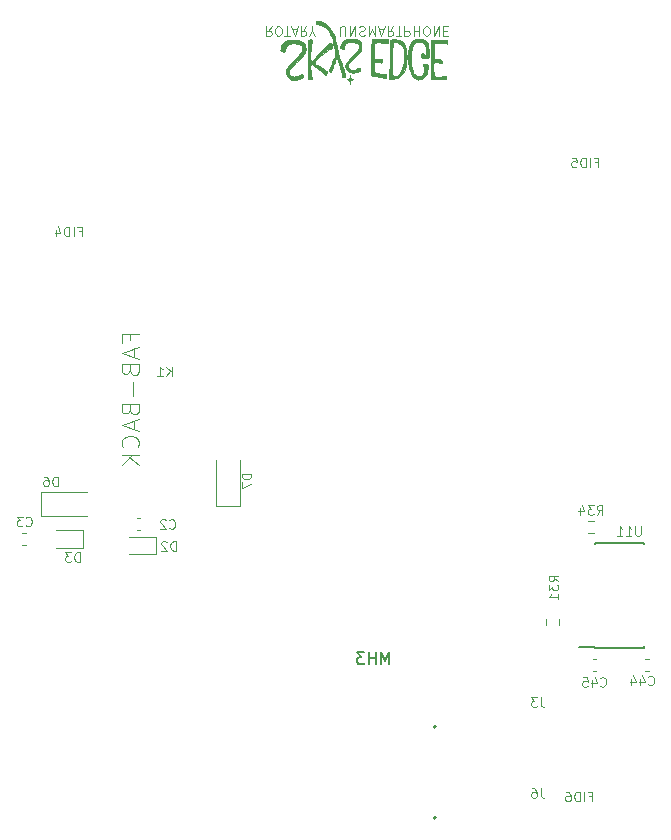
<source format=gbr>
G04 #@! TF.GenerationSoftware,KiCad,Pcbnew,6.0.11+dfsg-1~bpo11+1*
G04 #@! TF.CreationDate,2023-05-20T19:26:12-04:00*
G04 #@! TF.ProjectId,RUSP_Daughterboard,52555350-5f44-4617-9567-68746572626f,rev?*
G04 #@! TF.SameCoordinates,Original*
G04 #@! TF.FileFunction,Legend,Bot*
G04 #@! TF.FilePolarity,Positive*
%FSLAX46Y46*%
G04 Gerber Fmt 4.6, Leading zero omitted, Abs format (unit mm)*
G04 Created by KiCad (PCBNEW 6.0.11+dfsg-1~bpo11+1) date 2023-05-20 19:26:12*
%MOMM*%
%LPD*%
G01*
G04 APERTURE LIST*
%ADD10C,0.120000*%
%ADD11C,0.150000*%
%ADD12C,0.010000*%
G04 APERTURE END LIST*
D10*
X145380952Y-70438095D02*
X145114285Y-70819047D01*
X144923809Y-70438095D02*
X144923809Y-71238095D01*
X145228571Y-71238095D01*
X145304761Y-71200000D01*
X145342857Y-71161904D01*
X145380952Y-71085714D01*
X145380952Y-70971428D01*
X145342857Y-70895238D01*
X145304761Y-70857142D01*
X145228571Y-70819047D01*
X144923809Y-70819047D01*
X145876190Y-71238095D02*
X146028571Y-71238095D01*
X146104761Y-71200000D01*
X146180952Y-71123809D01*
X146219047Y-70971428D01*
X146219047Y-70704761D01*
X146180952Y-70552380D01*
X146104761Y-70476190D01*
X146028571Y-70438095D01*
X145876190Y-70438095D01*
X145800000Y-70476190D01*
X145723809Y-70552380D01*
X145685714Y-70704761D01*
X145685714Y-70971428D01*
X145723809Y-71123809D01*
X145800000Y-71200000D01*
X145876190Y-71238095D01*
X146447619Y-71238095D02*
X146904761Y-71238095D01*
X146676190Y-70438095D02*
X146676190Y-71238095D01*
X147133333Y-70666666D02*
X147514285Y-70666666D01*
X147057142Y-70438095D02*
X147323809Y-71238095D01*
X147590476Y-70438095D01*
X148314285Y-70438095D02*
X148047619Y-70819047D01*
X147857142Y-70438095D02*
X147857142Y-71238095D01*
X148161904Y-71238095D01*
X148238095Y-71200000D01*
X148276190Y-71161904D01*
X148314285Y-71085714D01*
X148314285Y-70971428D01*
X148276190Y-70895238D01*
X148238095Y-70857142D01*
X148161904Y-70819047D01*
X147857142Y-70819047D01*
X148809523Y-70819047D02*
X148809523Y-70438095D01*
X148542857Y-71238095D02*
X148809523Y-70819047D01*
X149076190Y-71238095D01*
X151171428Y-71238095D02*
X151171428Y-70590476D01*
X151209523Y-70514285D01*
X151247619Y-70476190D01*
X151323809Y-70438095D01*
X151476190Y-70438095D01*
X151552380Y-70476190D01*
X151590476Y-70514285D01*
X151628571Y-70590476D01*
X151628571Y-71238095D01*
X152009523Y-70438095D02*
X152009523Y-71238095D01*
X152466666Y-70438095D01*
X152466666Y-71238095D01*
X152809523Y-70476190D02*
X152923809Y-70438095D01*
X153114285Y-70438095D01*
X153190476Y-70476190D01*
X153228571Y-70514285D01*
X153266666Y-70590476D01*
X153266666Y-70666666D01*
X153228571Y-70742857D01*
X153190476Y-70780952D01*
X153114285Y-70819047D01*
X152961904Y-70857142D01*
X152885714Y-70895238D01*
X152847619Y-70933333D01*
X152809523Y-71009523D01*
X152809523Y-71085714D01*
X152847619Y-71161904D01*
X152885714Y-71200000D01*
X152961904Y-71238095D01*
X153152380Y-71238095D01*
X153266666Y-71200000D01*
X153609523Y-70438095D02*
X153609523Y-71238095D01*
X153876190Y-70666666D01*
X154142857Y-71238095D01*
X154142857Y-70438095D01*
X154485714Y-70666666D02*
X154866666Y-70666666D01*
X154409523Y-70438095D02*
X154676190Y-71238095D01*
X154942857Y-70438095D01*
X155666666Y-70438095D02*
X155400000Y-70819047D01*
X155209523Y-70438095D02*
X155209523Y-71238095D01*
X155514285Y-71238095D01*
X155590476Y-71200000D01*
X155628571Y-71161904D01*
X155666666Y-71085714D01*
X155666666Y-70971428D01*
X155628571Y-70895238D01*
X155590476Y-70857142D01*
X155514285Y-70819047D01*
X155209523Y-70819047D01*
X155895238Y-71238095D02*
X156352380Y-71238095D01*
X156123809Y-70438095D02*
X156123809Y-71238095D01*
X156619047Y-70438095D02*
X156619047Y-71238095D01*
X156923809Y-71238095D01*
X157000000Y-71200000D01*
X157038095Y-71161904D01*
X157076190Y-71085714D01*
X157076190Y-70971428D01*
X157038095Y-70895238D01*
X157000000Y-70857142D01*
X156923809Y-70819047D01*
X156619047Y-70819047D01*
X157419047Y-70438095D02*
X157419047Y-71238095D01*
X157419047Y-70857142D02*
X157876190Y-70857142D01*
X157876190Y-70438095D02*
X157876190Y-71238095D01*
X158409523Y-71238095D02*
X158561904Y-71238095D01*
X158638095Y-71200000D01*
X158714285Y-71123809D01*
X158752380Y-70971428D01*
X158752380Y-70704761D01*
X158714285Y-70552380D01*
X158638095Y-70476190D01*
X158561904Y-70438095D01*
X158409523Y-70438095D01*
X158333333Y-70476190D01*
X158257142Y-70552380D01*
X158219047Y-70704761D01*
X158219047Y-70971428D01*
X158257142Y-71123809D01*
X158333333Y-71200000D01*
X158409523Y-71238095D01*
X159095238Y-70438095D02*
X159095238Y-71238095D01*
X159552380Y-70438095D01*
X159552380Y-71238095D01*
X159933333Y-70857142D02*
X160200000Y-70857142D01*
X160314285Y-70438095D02*
X159933333Y-70438095D01*
X159933333Y-71238095D01*
X160314285Y-71238095D01*
X133392857Y-97000000D02*
X133392857Y-96500000D01*
X134178571Y-96500000D02*
X132678571Y-96500000D01*
X132678571Y-97214285D01*
X133750000Y-97714285D02*
X133750000Y-98428571D01*
X134178571Y-97571428D02*
X132678571Y-98071428D01*
X134178571Y-98571428D01*
X133392857Y-99571428D02*
X133464285Y-99785714D01*
X133535714Y-99857142D01*
X133678571Y-99928571D01*
X133892857Y-99928571D01*
X134035714Y-99857142D01*
X134107142Y-99785714D01*
X134178571Y-99642857D01*
X134178571Y-99071428D01*
X132678571Y-99071428D01*
X132678571Y-99571428D01*
X132750000Y-99714285D01*
X132821428Y-99785714D01*
X132964285Y-99857142D01*
X133107142Y-99857142D01*
X133250000Y-99785714D01*
X133321428Y-99714285D01*
X133392857Y-99571428D01*
X133392857Y-99071428D01*
X133607142Y-100571428D02*
X133607142Y-101714285D01*
X133392857Y-102928571D02*
X133464285Y-103142857D01*
X133535714Y-103214285D01*
X133678571Y-103285714D01*
X133892857Y-103285714D01*
X134035714Y-103214285D01*
X134107142Y-103142857D01*
X134178571Y-103000000D01*
X134178571Y-102428571D01*
X132678571Y-102428571D01*
X132678571Y-102928571D01*
X132750000Y-103071428D01*
X132821428Y-103142857D01*
X132964285Y-103214285D01*
X133107142Y-103214285D01*
X133250000Y-103142857D01*
X133321428Y-103071428D01*
X133392857Y-102928571D01*
X133392857Y-102428571D01*
X133750000Y-103857142D02*
X133750000Y-104571428D01*
X134178571Y-103714285D02*
X132678571Y-104214285D01*
X134178571Y-104714285D01*
X134035714Y-106071428D02*
X134107142Y-106000000D01*
X134178571Y-105785714D01*
X134178571Y-105642857D01*
X134107142Y-105428571D01*
X133964285Y-105285714D01*
X133821428Y-105214285D01*
X133535714Y-105142857D01*
X133321428Y-105142857D01*
X133035714Y-105214285D01*
X132892857Y-105285714D01*
X132750000Y-105428571D01*
X132678571Y-105642857D01*
X132678571Y-105785714D01*
X132750000Y-106000000D01*
X132821428Y-106071428D01*
X134178571Y-106714285D02*
X132678571Y-106714285D01*
X134178571Y-107571428D02*
X133321428Y-106928571D01*
X132678571Y-107571428D02*
X133535714Y-106714285D01*
X129115476Y-115781904D02*
X129115476Y-114981904D01*
X128925000Y-114981904D01*
X128810714Y-115020000D01*
X128734523Y-115096190D01*
X128696428Y-115172380D01*
X128658333Y-115324761D01*
X128658333Y-115439047D01*
X128696428Y-115591428D01*
X128734523Y-115667619D01*
X128810714Y-115743809D01*
X128925000Y-115781904D01*
X129115476Y-115781904D01*
X128391666Y-114981904D02*
X127896428Y-114981904D01*
X128163095Y-115286666D01*
X128048809Y-115286666D01*
X127972619Y-115324761D01*
X127934523Y-115362857D01*
X127896428Y-115439047D01*
X127896428Y-115629523D01*
X127934523Y-115705714D01*
X127972619Y-115743809D01*
X128048809Y-115781904D01*
X128277380Y-115781904D01*
X128353571Y-115743809D01*
X128391666Y-115705714D01*
X168166666Y-134961904D02*
X168166666Y-135533333D01*
X168204761Y-135647619D01*
X168280952Y-135723809D01*
X168395238Y-135761904D01*
X168471428Y-135761904D01*
X167442857Y-134961904D02*
X167595238Y-134961904D01*
X167671428Y-135000000D01*
X167709523Y-135038095D01*
X167785714Y-135152380D01*
X167823809Y-135304761D01*
X167823809Y-135609523D01*
X167785714Y-135685714D01*
X167747619Y-135723809D01*
X167671428Y-135761904D01*
X167519047Y-135761904D01*
X167442857Y-135723809D01*
X167404761Y-135685714D01*
X167366666Y-135609523D01*
X167366666Y-135419047D01*
X167404761Y-135342857D01*
X167442857Y-135304761D01*
X167519047Y-135266666D01*
X167671428Y-135266666D01*
X167747619Y-135304761D01*
X167785714Y-135342857D01*
X167823809Y-135419047D01*
X137265476Y-114831904D02*
X137265476Y-114031904D01*
X137075000Y-114031904D01*
X136960714Y-114070000D01*
X136884523Y-114146190D01*
X136846428Y-114222380D01*
X136808333Y-114374761D01*
X136808333Y-114489047D01*
X136846428Y-114641428D01*
X136884523Y-114717619D01*
X136960714Y-114793809D01*
X137075000Y-114831904D01*
X137265476Y-114831904D01*
X136503571Y-114108095D02*
X136465476Y-114070000D01*
X136389285Y-114031904D01*
X136198809Y-114031904D01*
X136122619Y-114070000D01*
X136084523Y-114108095D01*
X136046428Y-114184285D01*
X136046428Y-114260476D01*
X136084523Y-114374761D01*
X136541666Y-114831904D01*
X136046428Y-114831904D01*
X172783142Y-81942857D02*
X173049809Y-81942857D01*
X173049809Y-82361904D02*
X173049809Y-81561904D01*
X172668857Y-81561904D01*
X172364095Y-82361904D02*
X172364095Y-81561904D01*
X171983142Y-82361904D02*
X171983142Y-81561904D01*
X171792666Y-81561904D01*
X171678380Y-81600000D01*
X171602190Y-81676190D01*
X171564095Y-81752380D01*
X171526000Y-81904761D01*
X171526000Y-82019047D01*
X171564095Y-82171428D01*
X171602190Y-82247619D01*
X171678380Y-82323809D01*
X171792666Y-82361904D01*
X171983142Y-82361904D01*
X170802190Y-81561904D02*
X171183142Y-81561904D01*
X171221238Y-81942857D01*
X171183142Y-81904761D01*
X171106952Y-81866666D01*
X170916476Y-81866666D01*
X170840285Y-81904761D01*
X170802190Y-81942857D01*
X170764095Y-82019047D01*
X170764095Y-82209523D01*
X170802190Y-82285714D01*
X170840285Y-82323809D01*
X170916476Y-82361904D01*
X171106952Y-82361904D01*
X171183142Y-82323809D01*
X171221238Y-82285714D01*
X136733333Y-112905714D02*
X136771428Y-112943809D01*
X136885714Y-112981904D01*
X136961904Y-112981904D01*
X137076190Y-112943809D01*
X137152380Y-112867619D01*
X137190476Y-112791428D01*
X137228571Y-112639047D01*
X137228571Y-112524761D01*
X137190476Y-112372380D01*
X137152380Y-112296190D01*
X137076190Y-112220000D01*
X136961904Y-112181904D01*
X136885714Y-112181904D01*
X136771428Y-112220000D01*
X136733333Y-112258095D01*
X136428571Y-112258095D02*
X136390476Y-112220000D01*
X136314285Y-112181904D01*
X136123809Y-112181904D01*
X136047619Y-112220000D01*
X136009523Y-112258095D01*
X135971428Y-112334285D01*
X135971428Y-112410476D01*
X136009523Y-112524761D01*
X136466666Y-112981904D01*
X135971428Y-112981904D01*
X129057142Y-87780857D02*
X129323809Y-87780857D01*
X129323809Y-88199904D02*
X129323809Y-87399904D01*
X128942857Y-87399904D01*
X128638095Y-88199904D02*
X128638095Y-87399904D01*
X128257142Y-88199904D02*
X128257142Y-87399904D01*
X128066666Y-87399904D01*
X127952380Y-87438000D01*
X127876190Y-87514190D01*
X127838095Y-87590380D01*
X127800000Y-87742761D01*
X127800000Y-87857047D01*
X127838095Y-88009428D01*
X127876190Y-88085619D01*
X127952380Y-88161809D01*
X128066666Y-88199904D01*
X128257142Y-88199904D01*
X127114285Y-87666571D02*
X127114285Y-88199904D01*
X127304761Y-87361809D02*
X127495238Y-87933238D01*
X127000000Y-87933238D01*
X124558333Y-112680714D02*
X124596428Y-112718809D01*
X124710714Y-112756904D01*
X124786904Y-112756904D01*
X124901190Y-112718809D01*
X124977380Y-112642619D01*
X125015476Y-112566428D01*
X125053571Y-112414047D01*
X125053571Y-112299761D01*
X125015476Y-112147380D01*
X124977380Y-112071190D01*
X124901190Y-111995000D01*
X124786904Y-111956904D01*
X124710714Y-111956904D01*
X124596428Y-111995000D01*
X124558333Y-112033095D01*
X124291666Y-111956904D02*
X123796428Y-111956904D01*
X124063095Y-112261666D01*
X123948809Y-112261666D01*
X123872619Y-112299761D01*
X123834523Y-112337857D01*
X123796428Y-112414047D01*
X123796428Y-112604523D01*
X123834523Y-112680714D01*
X123872619Y-112718809D01*
X123948809Y-112756904D01*
X124177380Y-112756904D01*
X124253571Y-112718809D01*
X124291666Y-112680714D01*
X168166666Y-127261904D02*
X168166666Y-127833333D01*
X168204761Y-127947619D01*
X168280952Y-128023809D01*
X168395238Y-128061904D01*
X168471428Y-128061904D01*
X167861904Y-127261904D02*
X167366666Y-127261904D01*
X167633333Y-127566666D01*
X167519047Y-127566666D01*
X167442857Y-127604761D01*
X167404761Y-127642857D01*
X167366666Y-127719047D01*
X167366666Y-127909523D01*
X167404761Y-127985714D01*
X167442857Y-128023809D01*
X167519047Y-128061904D01*
X167747619Y-128061904D01*
X167823809Y-128023809D01*
X167861904Y-127985714D01*
X136932476Y-100055904D02*
X136932476Y-99255904D01*
X136475333Y-100055904D02*
X136818190Y-99598761D01*
X136475333Y-99255904D02*
X136932476Y-99713047D01*
X135713428Y-100055904D02*
X136170571Y-100055904D01*
X135942000Y-100055904D02*
X135942000Y-99255904D01*
X136018190Y-99370190D01*
X136094380Y-99446380D01*
X136170571Y-99484476D01*
X127265476Y-109361904D02*
X127265476Y-108561904D01*
X127075000Y-108561904D01*
X126960714Y-108600000D01*
X126884523Y-108676190D01*
X126846428Y-108752380D01*
X126808333Y-108904761D01*
X126808333Y-109019047D01*
X126846428Y-109171428D01*
X126884523Y-109247619D01*
X126960714Y-109323809D01*
X127075000Y-109361904D01*
X127265476Y-109361904D01*
X126122619Y-108561904D02*
X126275000Y-108561904D01*
X126351190Y-108600000D01*
X126389285Y-108638095D01*
X126465476Y-108752380D01*
X126503571Y-108904761D01*
X126503571Y-109209523D01*
X126465476Y-109285714D01*
X126427380Y-109323809D01*
X126351190Y-109361904D01*
X126198809Y-109361904D01*
X126122619Y-109323809D01*
X126084523Y-109285714D01*
X126046428Y-109209523D01*
X126046428Y-109019047D01*
X126084523Y-108942857D01*
X126122619Y-108904761D01*
X126198809Y-108866666D01*
X126351190Y-108866666D01*
X126427380Y-108904761D01*
X126465476Y-108942857D01*
X126503571Y-109019047D01*
X169641904Y-117435714D02*
X169260952Y-117169047D01*
X169641904Y-116978571D02*
X168841904Y-116978571D01*
X168841904Y-117283333D01*
X168880000Y-117359523D01*
X168918095Y-117397619D01*
X168994285Y-117435714D01*
X169108571Y-117435714D01*
X169184761Y-117397619D01*
X169222857Y-117359523D01*
X169260952Y-117283333D01*
X169260952Y-116978571D01*
X168841904Y-117702380D02*
X168841904Y-118197619D01*
X169146666Y-117930952D01*
X169146666Y-118045238D01*
X169184761Y-118121428D01*
X169222857Y-118159523D01*
X169299047Y-118197619D01*
X169489523Y-118197619D01*
X169565714Y-118159523D01*
X169603809Y-118121428D01*
X169641904Y-118045238D01*
X169641904Y-117816666D01*
X169603809Y-117740476D01*
X169565714Y-117702380D01*
X169641904Y-118959523D02*
X169641904Y-118502380D01*
X169641904Y-118730952D02*
X168841904Y-118730952D01*
X168956190Y-118654761D01*
X169032380Y-118578571D01*
X169070476Y-118502380D01*
X143659904Y-108309523D02*
X142859904Y-108309523D01*
X142859904Y-108500000D01*
X142898000Y-108614285D01*
X142974190Y-108690476D01*
X143050380Y-108728571D01*
X143202761Y-108766666D01*
X143317047Y-108766666D01*
X143469428Y-108728571D01*
X143545619Y-108690476D01*
X143621809Y-108614285D01*
X143659904Y-108500000D01*
X143659904Y-108309523D01*
X142859904Y-109033333D02*
X142859904Y-109566666D01*
X143659904Y-109223809D01*
D11*
X155333333Y-124452380D02*
X155333333Y-123452380D01*
X155000000Y-124166666D01*
X154666666Y-123452380D01*
X154666666Y-124452380D01*
X154190476Y-124452380D02*
X154190476Y-123452380D01*
X154190476Y-123928571D02*
X153619047Y-123928571D01*
X153619047Y-124452380D02*
X153619047Y-123452380D01*
X153238095Y-123452380D02*
X152619047Y-123452380D01*
X152952380Y-123833333D01*
X152809523Y-123833333D01*
X152714285Y-123880952D01*
X152666666Y-123928571D01*
X152619047Y-124023809D01*
X152619047Y-124261904D01*
X152666666Y-124357142D01*
X152714285Y-124404761D01*
X152809523Y-124452380D01*
X153095238Y-124452380D01*
X153190476Y-124404761D01*
X153238095Y-124357142D01*
D10*
X172914285Y-111781904D02*
X173180952Y-111400952D01*
X173371428Y-111781904D02*
X173371428Y-110981904D01*
X173066666Y-110981904D01*
X172990476Y-111020000D01*
X172952380Y-111058095D01*
X172914285Y-111134285D01*
X172914285Y-111248571D01*
X172952380Y-111324761D01*
X172990476Y-111362857D01*
X173066666Y-111400952D01*
X173371428Y-111400952D01*
X172647619Y-110981904D02*
X172152380Y-110981904D01*
X172419047Y-111286666D01*
X172304761Y-111286666D01*
X172228571Y-111324761D01*
X172190476Y-111362857D01*
X172152380Y-111439047D01*
X172152380Y-111629523D01*
X172190476Y-111705714D01*
X172228571Y-111743809D01*
X172304761Y-111781904D01*
X172533333Y-111781904D01*
X172609523Y-111743809D01*
X172647619Y-111705714D01*
X171466666Y-111248571D02*
X171466666Y-111781904D01*
X171657142Y-110943809D02*
X171847619Y-111515238D01*
X171352380Y-111515238D01*
X177264285Y-126155714D02*
X177302380Y-126193809D01*
X177416666Y-126231904D01*
X177492857Y-126231904D01*
X177607142Y-126193809D01*
X177683333Y-126117619D01*
X177721428Y-126041428D01*
X177759523Y-125889047D01*
X177759523Y-125774761D01*
X177721428Y-125622380D01*
X177683333Y-125546190D01*
X177607142Y-125470000D01*
X177492857Y-125431904D01*
X177416666Y-125431904D01*
X177302380Y-125470000D01*
X177264285Y-125508095D01*
X176578571Y-125698571D02*
X176578571Y-126231904D01*
X176769047Y-125393809D02*
X176959523Y-125965238D01*
X176464285Y-125965238D01*
X175816666Y-125698571D02*
X175816666Y-126231904D01*
X176007142Y-125393809D02*
X176197619Y-125965238D01*
X175702380Y-125965238D01*
X173214285Y-126265714D02*
X173252380Y-126303809D01*
X173366666Y-126341904D01*
X173442857Y-126341904D01*
X173557142Y-126303809D01*
X173633333Y-126227619D01*
X173671428Y-126151428D01*
X173709523Y-125999047D01*
X173709523Y-125884761D01*
X173671428Y-125732380D01*
X173633333Y-125656190D01*
X173557142Y-125580000D01*
X173442857Y-125541904D01*
X173366666Y-125541904D01*
X173252380Y-125580000D01*
X173214285Y-125618095D01*
X172528571Y-125808571D02*
X172528571Y-126341904D01*
X172719047Y-125503809D02*
X172909523Y-126075238D01*
X172414285Y-126075238D01*
X171728571Y-125541904D02*
X172109523Y-125541904D01*
X172147619Y-125922857D01*
X172109523Y-125884761D01*
X172033333Y-125846666D01*
X171842857Y-125846666D01*
X171766666Y-125884761D01*
X171728571Y-125922857D01*
X171690476Y-125999047D01*
X171690476Y-126189523D01*
X171728571Y-126265714D01*
X171766666Y-126303809D01*
X171842857Y-126341904D01*
X172033333Y-126341904D01*
X172109523Y-126303809D01*
X172147619Y-126265714D01*
X172257142Y-135642857D02*
X172523809Y-135642857D01*
X172523809Y-136061904D02*
X172523809Y-135261904D01*
X172142857Y-135261904D01*
X171838095Y-136061904D02*
X171838095Y-135261904D01*
X171457142Y-136061904D02*
X171457142Y-135261904D01*
X171266666Y-135261904D01*
X171152380Y-135300000D01*
X171076190Y-135376190D01*
X171038095Y-135452380D01*
X171000000Y-135604761D01*
X171000000Y-135719047D01*
X171038095Y-135871428D01*
X171076190Y-135947619D01*
X171152380Y-136023809D01*
X171266666Y-136061904D01*
X171457142Y-136061904D01*
X170314285Y-135261904D02*
X170466666Y-135261904D01*
X170542857Y-135300000D01*
X170580952Y-135338095D01*
X170657142Y-135452380D01*
X170695238Y-135604761D01*
X170695238Y-135909523D01*
X170657142Y-135985714D01*
X170619047Y-136023809D01*
X170542857Y-136061904D01*
X170390476Y-136061904D01*
X170314285Y-136023809D01*
X170276190Y-135985714D01*
X170238095Y-135909523D01*
X170238095Y-135719047D01*
X170276190Y-135642857D01*
X170314285Y-135604761D01*
X170390476Y-135566666D01*
X170542857Y-135566666D01*
X170619047Y-135604761D01*
X170657142Y-135642857D01*
X170695238Y-135719047D01*
X176640476Y-112761904D02*
X176640476Y-113409523D01*
X176602380Y-113485714D01*
X176564285Y-113523809D01*
X176488095Y-113561904D01*
X176335714Y-113561904D01*
X176259523Y-113523809D01*
X176221428Y-113485714D01*
X176183333Y-113409523D01*
X176183333Y-112761904D01*
X175383333Y-113561904D02*
X175840476Y-113561904D01*
X175611904Y-113561904D02*
X175611904Y-112761904D01*
X175688095Y-112876190D01*
X175764285Y-112952380D01*
X175840476Y-112990476D01*
X174621428Y-113561904D02*
X175078571Y-113561904D01*
X174850000Y-113561904D02*
X174850000Y-112761904D01*
X174926190Y-112876190D01*
X175002380Y-112952380D01*
X175078571Y-112990476D01*
X127125000Y-113115000D02*
X129410000Y-113115000D01*
X129410000Y-114585000D02*
X127125000Y-114585000D01*
X129410000Y-113115000D02*
X129410000Y-114585000D01*
D11*
X159311803Y-137450000D02*
G75*
G03*
X159311803Y-137450000I-111803J0D01*
G01*
D10*
X133275000Y-113665000D02*
X135560000Y-113665000D01*
X135560000Y-115135000D02*
X133275000Y-115135000D01*
X135560000Y-113665000D02*
X135560000Y-115135000D01*
X134240580Y-113060000D02*
X133959420Y-113060000D01*
X134240580Y-112040000D02*
X133959420Y-112040000D01*
X124565580Y-113315000D02*
X124284420Y-113315000D01*
X124565580Y-114335000D02*
X124284420Y-114335000D01*
D11*
X159311803Y-129750000D02*
G75*
G03*
X159311803Y-129750000I-111803J0D01*
G01*
D10*
X125850000Y-111900000D02*
X129750000Y-111900000D01*
X125850000Y-109900000D02*
X129750000Y-109900000D01*
X125850000Y-111900000D02*
X125850000Y-109900000D01*
X168627500Y-121087258D02*
X168627500Y-120612742D01*
X169672500Y-121087258D02*
X169672500Y-120612742D01*
X140700000Y-111050000D02*
X140700000Y-107150000D01*
X142700000Y-111050000D02*
X140700000Y-111050000D01*
X142700000Y-111050000D02*
X142700000Y-107150000D01*
G36*
X149353340Y-69960831D02*
G01*
X149475054Y-69990499D01*
X149604642Y-70035053D01*
X149732472Y-70092315D01*
X149848913Y-70160108D01*
X149879196Y-70181086D01*
X150047462Y-70316822D01*
X150214019Y-70479544D01*
X150362788Y-70652413D01*
X150477688Y-70818587D01*
X150524905Y-70903916D01*
X150588976Y-71040105D01*
X150649657Y-71196971D01*
X150709087Y-71381326D01*
X150769406Y-71599981D01*
X150832751Y-71859746D01*
X150901262Y-72167432D01*
X150928804Y-72294666D01*
X150982847Y-72537031D01*
X151031670Y-72742283D01*
X151078607Y-72922187D01*
X151126994Y-73088505D01*
X151180168Y-73252999D01*
X151241465Y-73427433D01*
X151314220Y-73623569D01*
X151366626Y-73766458D01*
X151428111Y-73943761D01*
X151485915Y-74120042D01*
X151537516Y-74286819D01*
X151580389Y-74435612D01*
X151612009Y-74557939D01*
X151629853Y-74645319D01*
X151631396Y-74689271D01*
X151627971Y-74695121D01*
X151582027Y-74717119D01*
X151497198Y-74725217D01*
X151376795Y-74725217D01*
X151330510Y-74511250D01*
X151311425Y-74430651D01*
X151278880Y-74305861D01*
X151237802Y-74156279D01*
X151191074Y-73991662D01*
X151141576Y-73821769D01*
X151092193Y-73656358D01*
X151045806Y-73505186D01*
X151005298Y-73378013D01*
X150973550Y-73284596D01*
X150953446Y-73234694D01*
X150930658Y-73199155D01*
X150903621Y-73181023D01*
X150873052Y-73192522D01*
X150835529Y-73237971D01*
X150787629Y-73321684D01*
X150725930Y-73447977D01*
X150647009Y-73621168D01*
X150596923Y-73739672D01*
X150541566Y-73886322D01*
X150497308Y-74020759D01*
X150470706Y-74124275D01*
X150469912Y-74128422D01*
X150449427Y-74224929D01*
X150430254Y-74298156D01*
X150416446Y-74332539D01*
X150406381Y-74338412D01*
X150362991Y-74327202D01*
X150308756Y-74280825D01*
X150256040Y-74208819D01*
X150207625Y-74126185D01*
X150454204Y-73625137D01*
X150530720Y-73468927D01*
X150611399Y-73298678D01*
X150671075Y-73159455D01*
X150711898Y-73040840D01*
X150736013Y-72932417D01*
X150745569Y-72823767D01*
X150742713Y-72704473D01*
X150729592Y-72564118D01*
X150708356Y-72392282D01*
X150673799Y-72149530D01*
X150612413Y-71818102D01*
X150538750Y-71530562D01*
X150450393Y-71280429D01*
X150344922Y-71061224D01*
X150219920Y-70866465D01*
X150072968Y-70689672D01*
X150059234Y-70675071D01*
X149899047Y-70523125D01*
X149743141Y-70414306D01*
X149577709Y-70340628D01*
X149388944Y-70294106D01*
X149370433Y-70290815D01*
X149270402Y-70270277D01*
X149194580Y-70250218D01*
X149158157Y-70234558D01*
X149154825Y-70230283D01*
X149137863Y-70177578D01*
X149128130Y-70093206D01*
X149128161Y-69997228D01*
X149131752Y-69982897D01*
X149172058Y-69954853D01*
X149249131Y-69948223D01*
X149353340Y-69960831D01*
G37*
D12*
X149353340Y-69960831D02*
X149475054Y-69990499D01*
X149604642Y-70035053D01*
X149732472Y-70092315D01*
X149848913Y-70160108D01*
X149879196Y-70181086D01*
X150047462Y-70316822D01*
X150214019Y-70479544D01*
X150362788Y-70652413D01*
X150477688Y-70818587D01*
X150524905Y-70903916D01*
X150588976Y-71040105D01*
X150649657Y-71196971D01*
X150709087Y-71381326D01*
X150769406Y-71599981D01*
X150832751Y-71859746D01*
X150901262Y-72167432D01*
X150928804Y-72294666D01*
X150982847Y-72537031D01*
X151031670Y-72742283D01*
X151078607Y-72922187D01*
X151126994Y-73088505D01*
X151180168Y-73252999D01*
X151241465Y-73427433D01*
X151314220Y-73623569D01*
X151366626Y-73766458D01*
X151428111Y-73943761D01*
X151485915Y-74120042D01*
X151537516Y-74286819D01*
X151580389Y-74435612D01*
X151612009Y-74557939D01*
X151629853Y-74645319D01*
X151631396Y-74689271D01*
X151627971Y-74695121D01*
X151582027Y-74717119D01*
X151497198Y-74725217D01*
X151376795Y-74725217D01*
X151330510Y-74511250D01*
X151311425Y-74430651D01*
X151278880Y-74305861D01*
X151237802Y-74156279D01*
X151191074Y-73991662D01*
X151141576Y-73821769D01*
X151092193Y-73656358D01*
X151045806Y-73505186D01*
X151005298Y-73378013D01*
X150973550Y-73284596D01*
X150953446Y-73234694D01*
X150930658Y-73199155D01*
X150903621Y-73181023D01*
X150873052Y-73192522D01*
X150835529Y-73237971D01*
X150787629Y-73321684D01*
X150725930Y-73447977D01*
X150647009Y-73621168D01*
X150596923Y-73739672D01*
X150541566Y-73886322D01*
X150497308Y-74020759D01*
X150470706Y-74124275D01*
X150469912Y-74128422D01*
X150449427Y-74224929D01*
X150430254Y-74298156D01*
X150416446Y-74332539D01*
X150406381Y-74338412D01*
X150362991Y-74327202D01*
X150308756Y-74280825D01*
X150256040Y-74208819D01*
X150207625Y-74126185D01*
X150454204Y-73625137D01*
X150530720Y-73468927D01*
X150611399Y-73298678D01*
X150671075Y-73159455D01*
X150711898Y-73040840D01*
X150736013Y-72932417D01*
X150745569Y-72823767D01*
X150742713Y-72704473D01*
X150729592Y-72564118D01*
X150708356Y-72392282D01*
X150673799Y-72149530D01*
X150612413Y-71818102D01*
X150538750Y-71530562D01*
X150450393Y-71280429D01*
X150344922Y-71061224D01*
X150219920Y-70866465D01*
X150072968Y-70689672D01*
X150059234Y-70675071D01*
X149899047Y-70523125D01*
X149743141Y-70414306D01*
X149577709Y-70340628D01*
X149388944Y-70294106D01*
X149370433Y-70290815D01*
X149270402Y-70270277D01*
X149194580Y-70250218D01*
X149158157Y-70234558D01*
X149154825Y-70230283D01*
X149137863Y-70177578D01*
X149128130Y-70093206D01*
X149128161Y-69997228D01*
X149131752Y-69982897D01*
X149172058Y-69954853D01*
X149249131Y-69948223D01*
X149353340Y-69960831D01*
G36*
X158042550Y-71513808D02*
G01*
X158175295Y-71531414D01*
X158272438Y-71557888D01*
X158281148Y-71561649D01*
X158416912Y-71651547D01*
X158525889Y-71786963D01*
X158604435Y-71963448D01*
X158625034Y-72037064D01*
X158644114Y-72135038D01*
X158658171Y-72254025D01*
X158668494Y-72405420D01*
X158676368Y-72600622D01*
X158676456Y-72603372D01*
X158682187Y-72791692D01*
X158682702Y-72931802D01*
X158673657Y-73030614D01*
X158650710Y-73095039D01*
X158609520Y-73131992D01*
X158545744Y-73148383D01*
X158455041Y-73151125D01*
X158333067Y-73147132D01*
X158251759Y-73143695D01*
X158143834Y-73133798D01*
X158076338Y-73113085D01*
X158039780Y-73074497D01*
X158024668Y-73010977D01*
X158021509Y-72915467D01*
X158026324Y-72826021D01*
X158050531Y-72744756D01*
X158095571Y-72714559D01*
X158161945Y-72735191D01*
X158250157Y-72806413D01*
X158263607Y-72819313D01*
X158335478Y-72879375D01*
X158388219Y-72901467D01*
X158424559Y-72882194D01*
X158447225Y-72818162D01*
X158458946Y-72705975D01*
X158462449Y-72542239D01*
X158454064Y-72358076D01*
X158415904Y-72155890D01*
X158345560Y-71996495D01*
X158241552Y-71877715D01*
X158102405Y-71797376D01*
X157926639Y-71753301D01*
X157773726Y-71748705D01*
X157618863Y-71787989D01*
X157488051Y-71875781D01*
X157380724Y-72012638D01*
X157296317Y-72199117D01*
X157234265Y-72435775D01*
X157214291Y-72555079D01*
X157188900Y-72784493D01*
X157174623Y-73032164D01*
X157171904Y-73280105D01*
X157181186Y-73510330D01*
X157202915Y-73704850D01*
X157204758Y-73715976D01*
X157255968Y-73976790D01*
X157315431Y-74187489D01*
X157385579Y-74352700D01*
X157468840Y-74477051D01*
X157567646Y-74565166D01*
X157684425Y-74621674D01*
X157694077Y-74624817D01*
X157853897Y-74652431D01*
X157994610Y-74631737D01*
X158112095Y-74567373D01*
X158202228Y-74463977D01*
X158260887Y-74326187D01*
X158283948Y-74158642D01*
X158267290Y-73965978D01*
X158253491Y-73891765D01*
X158234924Y-73791784D01*
X158221660Y-73720205D01*
X158206848Y-73640085D01*
X158396038Y-73659468D01*
X158398744Y-73659746D01*
X158494473Y-73671065D01*
X158565678Y-73682188D01*
X158597123Y-73690747D01*
X158599371Y-73707918D01*
X158597704Y-73770555D01*
X158591075Y-73867327D01*
X158580176Y-73986158D01*
X158559480Y-74139234D01*
X158499863Y-74383538D01*
X158412596Y-74585184D01*
X158298873Y-74742272D01*
X158159886Y-74852904D01*
X157996827Y-74915181D01*
X157943812Y-74926419D01*
X157861661Y-74940804D01*
X157798883Y-74942239D01*
X157732099Y-74929938D01*
X157637931Y-74903116D01*
X157501633Y-74846052D01*
X157367371Y-74744771D01*
X157253211Y-74601250D01*
X157156092Y-74411527D01*
X157072954Y-74171640D01*
X157038815Y-74037294D01*
X156992159Y-73774396D01*
X156961574Y-73485028D01*
X156947179Y-73182369D01*
X156949097Y-72879598D01*
X156967448Y-72589892D01*
X157002353Y-72326430D01*
X157053934Y-72102391D01*
X157070850Y-72049266D01*
X157155339Y-71855971D01*
X157264448Y-71708492D01*
X157402569Y-71602015D01*
X157574090Y-71531722D01*
X157620828Y-71521318D01*
X157746306Y-71508048D01*
X157893217Y-71505782D01*
X158042550Y-71513808D01*
G37*
X158042550Y-71513808D02*
X158175295Y-71531414D01*
X158272438Y-71557888D01*
X158281148Y-71561649D01*
X158416912Y-71651547D01*
X158525889Y-71786963D01*
X158604435Y-71963448D01*
X158625034Y-72037064D01*
X158644114Y-72135038D01*
X158658171Y-72254025D01*
X158668494Y-72405420D01*
X158676368Y-72600622D01*
X158676456Y-72603372D01*
X158682187Y-72791692D01*
X158682702Y-72931802D01*
X158673657Y-73030614D01*
X158650710Y-73095039D01*
X158609520Y-73131992D01*
X158545744Y-73148383D01*
X158455041Y-73151125D01*
X158333067Y-73147132D01*
X158251759Y-73143695D01*
X158143834Y-73133798D01*
X158076338Y-73113085D01*
X158039780Y-73074497D01*
X158024668Y-73010977D01*
X158021509Y-72915467D01*
X158026324Y-72826021D01*
X158050531Y-72744756D01*
X158095571Y-72714559D01*
X158161945Y-72735191D01*
X158250157Y-72806413D01*
X158263607Y-72819313D01*
X158335478Y-72879375D01*
X158388219Y-72901467D01*
X158424559Y-72882194D01*
X158447225Y-72818162D01*
X158458946Y-72705975D01*
X158462449Y-72542239D01*
X158454064Y-72358076D01*
X158415904Y-72155890D01*
X158345560Y-71996495D01*
X158241552Y-71877715D01*
X158102405Y-71797376D01*
X157926639Y-71753301D01*
X157773726Y-71748705D01*
X157618863Y-71787989D01*
X157488051Y-71875781D01*
X157380724Y-72012638D01*
X157296317Y-72199117D01*
X157234265Y-72435775D01*
X157214291Y-72555079D01*
X157188900Y-72784493D01*
X157174623Y-73032164D01*
X157171904Y-73280105D01*
X157181186Y-73510330D01*
X157202915Y-73704850D01*
X157204758Y-73715976D01*
X157255968Y-73976790D01*
X157315431Y-74187489D01*
X157385579Y-74352700D01*
X157468840Y-74477051D01*
X157567646Y-74565166D01*
X157684425Y-74621674D01*
X157694077Y-74624817D01*
X157853897Y-74652431D01*
X157994610Y-74631737D01*
X158112095Y-74567373D01*
X158202228Y-74463977D01*
X158260887Y-74326187D01*
X158283948Y-74158642D01*
X158267290Y-73965978D01*
X158253491Y-73891765D01*
X158234924Y-73791784D01*
X158221660Y-73720205D01*
X158206848Y-73640085D01*
X158396038Y-73659468D01*
X158398744Y-73659746D01*
X158494473Y-73671065D01*
X158565678Y-73682188D01*
X158597123Y-73690747D01*
X158599371Y-73707918D01*
X158597704Y-73770555D01*
X158591075Y-73867327D01*
X158580176Y-73986158D01*
X158559480Y-74139234D01*
X158499863Y-74383538D01*
X158412596Y-74585184D01*
X158298873Y-74742272D01*
X158159886Y-74852904D01*
X157996827Y-74915181D01*
X157943812Y-74926419D01*
X157861661Y-74940804D01*
X157798883Y-74942239D01*
X157732099Y-74929938D01*
X157637931Y-74903116D01*
X157501633Y-74846052D01*
X157367371Y-74744771D01*
X157253211Y-74601250D01*
X157156092Y-74411527D01*
X157072954Y-74171640D01*
X157038815Y-74037294D01*
X156992159Y-73774396D01*
X156961574Y-73485028D01*
X156947179Y-73182369D01*
X156949097Y-72879598D01*
X156967448Y-72589892D01*
X157002353Y-72326430D01*
X157053934Y-72102391D01*
X157070850Y-72049266D01*
X157155339Y-71855971D01*
X157264448Y-71708492D01*
X157402569Y-71602015D01*
X157574090Y-71531722D01*
X157620828Y-71521318D01*
X157746306Y-71508048D01*
X157893217Y-71505782D01*
X158042550Y-71513808D01*
G36*
X147239891Y-71590842D02*
G01*
X147349021Y-71595540D01*
X147608263Y-71622549D01*
X147819774Y-71672110D01*
X147986337Y-71746239D01*
X148110736Y-71846951D01*
X148195754Y-71976264D01*
X148244177Y-72136192D01*
X148258787Y-72328753D01*
X148257589Y-72376243D01*
X148242703Y-72509740D01*
X148207995Y-72637823D01*
X148149795Y-72765730D01*
X148064432Y-72898702D01*
X147948235Y-73041978D01*
X147797533Y-73200795D01*
X147608657Y-73380395D01*
X147377934Y-73586016D01*
X147361146Y-73600692D01*
X147167662Y-73777654D01*
X147016906Y-73931564D01*
X146910453Y-74060696D01*
X146849882Y-74163328D01*
X146840467Y-74188370D01*
X146821580Y-74323904D01*
X146850777Y-74455874D01*
X146923175Y-74571187D01*
X147033892Y-74656747D01*
X147121519Y-74686470D01*
X147264116Y-74699331D01*
X147426355Y-74685791D01*
X147593504Y-74648361D01*
X147750832Y-74589553D01*
X147883606Y-74511878D01*
X147906181Y-74495699D01*
X147960261Y-74463212D01*
X147987996Y-74456402D01*
X147993348Y-74468970D01*
X148005236Y-74524084D01*
X148016929Y-74605054D01*
X148021210Y-74649720D01*
X148018438Y-74729100D01*
X147995365Y-74771401D01*
X147943445Y-74799256D01*
X147850948Y-74834933D01*
X147733138Y-74873608D01*
X147604563Y-74911051D01*
X147479766Y-74943034D01*
X147373295Y-74965325D01*
X147299696Y-74973695D01*
X147126108Y-74951655D01*
X146946542Y-74879211D01*
X146791215Y-74761146D01*
X146762773Y-74731781D01*
X146662824Y-74601950D01*
X146607999Y-74469194D01*
X146591693Y-74318876D01*
X146593885Y-74263652D01*
X146608440Y-74169787D01*
X146639673Y-74074830D01*
X146691122Y-73973723D01*
X146766326Y-73861412D01*
X146868823Y-73732841D01*
X147002152Y-73582953D01*
X147169851Y-73406693D01*
X147375459Y-73199005D01*
X147402886Y-73171599D01*
X147569032Y-73002684D01*
X147708226Y-72855941D01*
X147817037Y-72735160D01*
X147892032Y-72644133D01*
X147929779Y-72586652D01*
X147961537Y-72505024D01*
X147991478Y-72350844D01*
X147979732Y-72211615D01*
X147927679Y-72095848D01*
X147836696Y-72012053D01*
X147836258Y-72011795D01*
X147694941Y-71950888D01*
X147518315Y-71908397D01*
X147323721Y-71886297D01*
X147128503Y-71886561D01*
X146950000Y-71911161D01*
X146839592Y-71946478D01*
X146689677Y-72037287D01*
X146576936Y-72165230D01*
X146505855Y-72324582D01*
X146480921Y-72509619D01*
X146479544Y-72557002D01*
X146468941Y-72628673D01*
X146449502Y-72654565D01*
X146419244Y-72645319D01*
X146353176Y-72614564D01*
X146270043Y-72569712D01*
X146121735Y-72484858D01*
X146139386Y-72369548D01*
X146141658Y-72355267D01*
X146201308Y-72133093D01*
X146299590Y-71941677D01*
X146432315Y-71786002D01*
X146595297Y-71671055D01*
X146784347Y-71601820D01*
X146786975Y-71601265D01*
X146854462Y-71594007D01*
X146961944Y-71589621D01*
X147095171Y-71588452D01*
X147239891Y-71590842D01*
G37*
X147239891Y-71590842D02*
X147349021Y-71595540D01*
X147608263Y-71622549D01*
X147819774Y-71672110D01*
X147986337Y-71746239D01*
X148110736Y-71846951D01*
X148195754Y-71976264D01*
X148244177Y-72136192D01*
X148258787Y-72328753D01*
X148257589Y-72376243D01*
X148242703Y-72509740D01*
X148207995Y-72637823D01*
X148149795Y-72765730D01*
X148064432Y-72898702D01*
X147948235Y-73041978D01*
X147797533Y-73200795D01*
X147608657Y-73380395D01*
X147377934Y-73586016D01*
X147361146Y-73600692D01*
X147167662Y-73777654D01*
X147016906Y-73931564D01*
X146910453Y-74060696D01*
X146849882Y-74163328D01*
X146840467Y-74188370D01*
X146821580Y-74323904D01*
X146850777Y-74455874D01*
X146923175Y-74571187D01*
X147033892Y-74656747D01*
X147121519Y-74686470D01*
X147264116Y-74699331D01*
X147426355Y-74685791D01*
X147593504Y-74648361D01*
X147750832Y-74589553D01*
X147883606Y-74511878D01*
X147906181Y-74495699D01*
X147960261Y-74463212D01*
X147987996Y-74456402D01*
X147993348Y-74468970D01*
X148005236Y-74524084D01*
X148016929Y-74605054D01*
X148021210Y-74649720D01*
X148018438Y-74729100D01*
X147995365Y-74771401D01*
X147943445Y-74799256D01*
X147850948Y-74834933D01*
X147733138Y-74873608D01*
X147604563Y-74911051D01*
X147479766Y-74943034D01*
X147373295Y-74965325D01*
X147299696Y-74973695D01*
X147126108Y-74951655D01*
X146946542Y-74879211D01*
X146791215Y-74761146D01*
X146762773Y-74731781D01*
X146662824Y-74601950D01*
X146607999Y-74469194D01*
X146591693Y-74318876D01*
X146593885Y-74263652D01*
X146608440Y-74169787D01*
X146639673Y-74074830D01*
X146691122Y-73973723D01*
X146766326Y-73861412D01*
X146868823Y-73732841D01*
X147002152Y-73582953D01*
X147169851Y-73406693D01*
X147375459Y-73199005D01*
X147402886Y-73171599D01*
X147569032Y-73002684D01*
X147708226Y-72855941D01*
X147817037Y-72735160D01*
X147892032Y-72644133D01*
X147929779Y-72586652D01*
X147961537Y-72505024D01*
X147991478Y-72350844D01*
X147979732Y-72211615D01*
X147927679Y-72095848D01*
X147836696Y-72012053D01*
X147836258Y-72011795D01*
X147694941Y-71950888D01*
X147518315Y-71908397D01*
X147323721Y-71886297D01*
X147128503Y-71886561D01*
X146950000Y-71911161D01*
X146839592Y-71946478D01*
X146689677Y-72037287D01*
X146576936Y-72165230D01*
X146505855Y-72324582D01*
X146480921Y-72509619D01*
X146479544Y-72557002D01*
X146468941Y-72628673D01*
X146449502Y-72654565D01*
X146419244Y-72645319D01*
X146353176Y-72614564D01*
X146270043Y-72569712D01*
X146121735Y-72484858D01*
X146139386Y-72369548D01*
X146141658Y-72355267D01*
X146201308Y-72133093D01*
X146299590Y-71941677D01*
X146432315Y-71786002D01*
X146595297Y-71671055D01*
X146784347Y-71601820D01*
X146786975Y-71601265D01*
X146854462Y-71594007D01*
X146961944Y-71589621D01*
X147095171Y-71588452D01*
X147239891Y-71590842D01*
G36*
X148701147Y-71551458D02*
G01*
X148775402Y-71562283D01*
X148799328Y-71584728D01*
X148796333Y-71610461D01*
X148784639Y-71682750D01*
X148766190Y-71786612D01*
X148743220Y-71909130D01*
X148739407Y-71929545D01*
X148708930Y-72142438D01*
X148686125Y-72400735D01*
X148671760Y-72695978D01*
X148666710Y-72895576D01*
X148666476Y-73058269D01*
X148672452Y-73177713D01*
X148685635Y-73259965D01*
X148707021Y-73311085D01*
X148737608Y-73337133D01*
X148778392Y-73344169D01*
X148811504Y-73340659D01*
X148852403Y-73324553D01*
X148900647Y-73289795D01*
X148963151Y-73230373D01*
X149046828Y-73140272D01*
X149158592Y-73013478D01*
X149161238Y-73010441D01*
X149262545Y-72896479D01*
X149386506Y-72760361D01*
X149517671Y-72618901D01*
X149640593Y-72488913D01*
X149655521Y-72473318D01*
X149772882Y-72350107D01*
X149890800Y-72225394D01*
X149996313Y-72112931D01*
X150076462Y-72026467D01*
X150089155Y-72012669D01*
X150168379Y-71930790D01*
X150226752Y-71882559D01*
X150276420Y-71859694D01*
X150329532Y-71853913D01*
X150383182Y-71857409D01*
X150425202Y-71881726D01*
X150451683Y-71943641D01*
X150477294Y-72031343D01*
X150501451Y-72143568D01*
X150498313Y-72223551D01*
X150463201Y-72283361D01*
X150391437Y-72335064D01*
X150278340Y-72390728D01*
X150123067Y-72466798D01*
X149796852Y-72667736D01*
X149504159Y-72910643D01*
X149239670Y-73199659D01*
X149161824Y-73297759D01*
X149089202Y-73395655D01*
X149046592Y-73466187D01*
X149030385Y-73517396D01*
X149036973Y-73557325D01*
X149062748Y-73594016D01*
X149095307Y-73621069D01*
X149169355Y-73673398D01*
X149274503Y-73743197D01*
X149402071Y-73824718D01*
X149543379Y-73912215D01*
X149667974Y-73988595D01*
X149799802Y-74070381D01*
X149911271Y-74140573D01*
X149993413Y-74193518D01*
X150037260Y-74223564D01*
X150101368Y-74272911D01*
X150031877Y-74430042D01*
X149996769Y-74503371D01*
X149961659Y-74563925D01*
X149939363Y-74587174D01*
X149929199Y-74582239D01*
X149885394Y-74546877D01*
X149818280Y-74484909D01*
X149737680Y-74405197D01*
X149689772Y-74357470D01*
X149573698Y-74246847D01*
X149445197Y-74129268D01*
X149324347Y-74023289D01*
X149304641Y-74006527D01*
X149137204Y-73867328D01*
X149003990Y-73764228D01*
X148900290Y-73694910D01*
X148821396Y-73657053D01*
X148762601Y-73648339D01*
X148719197Y-73666449D01*
X148686475Y-73709062D01*
X148683632Y-73715062D01*
X148669123Y-73788124D01*
X148665730Y-73905161D01*
X148672669Y-74057427D01*
X148689158Y-74236176D01*
X148714412Y-74432664D01*
X148747649Y-74638144D01*
X148788086Y-74843872D01*
X148804748Y-74921114D01*
X148615907Y-74912894D01*
X148427065Y-74904674D01*
X148427661Y-74421522D01*
X148427674Y-74412371D01*
X148428433Y-74259701D01*
X148430151Y-74074866D01*
X148432705Y-73864107D01*
X148435973Y-73633664D01*
X148439830Y-73389781D01*
X148444154Y-73138696D01*
X148448821Y-72886653D01*
X148453708Y-72639892D01*
X148458692Y-72404654D01*
X148463648Y-72187181D01*
X148468455Y-71993714D01*
X148472988Y-71830494D01*
X148477124Y-71703762D01*
X148480741Y-71619760D01*
X148483714Y-71584728D01*
X148491103Y-71574693D01*
X148545611Y-71556521D01*
X148647068Y-71550217D01*
X148701147Y-71551458D01*
G37*
X148701147Y-71551458D02*
X148775402Y-71562283D01*
X148799328Y-71584728D01*
X148796333Y-71610461D01*
X148784639Y-71682750D01*
X148766190Y-71786612D01*
X148743220Y-71909130D01*
X148739407Y-71929545D01*
X148708930Y-72142438D01*
X148686125Y-72400735D01*
X148671760Y-72695978D01*
X148666710Y-72895576D01*
X148666476Y-73058269D01*
X148672452Y-73177713D01*
X148685635Y-73259965D01*
X148707021Y-73311085D01*
X148737608Y-73337133D01*
X148778392Y-73344169D01*
X148811504Y-73340659D01*
X148852403Y-73324553D01*
X148900647Y-73289795D01*
X148963151Y-73230373D01*
X149046828Y-73140272D01*
X149158592Y-73013478D01*
X149161238Y-73010441D01*
X149262545Y-72896479D01*
X149386506Y-72760361D01*
X149517671Y-72618901D01*
X149640593Y-72488913D01*
X149655521Y-72473318D01*
X149772882Y-72350107D01*
X149890800Y-72225394D01*
X149996313Y-72112931D01*
X150076462Y-72026467D01*
X150089155Y-72012669D01*
X150168379Y-71930790D01*
X150226752Y-71882559D01*
X150276420Y-71859694D01*
X150329532Y-71853913D01*
X150383182Y-71857409D01*
X150425202Y-71881726D01*
X150451683Y-71943641D01*
X150477294Y-72031343D01*
X150501451Y-72143568D01*
X150498313Y-72223551D01*
X150463201Y-72283361D01*
X150391437Y-72335064D01*
X150278340Y-72390728D01*
X150123067Y-72466798D01*
X149796852Y-72667736D01*
X149504159Y-72910643D01*
X149239670Y-73199659D01*
X149161824Y-73297759D01*
X149089202Y-73395655D01*
X149046592Y-73466187D01*
X149030385Y-73517396D01*
X149036973Y-73557325D01*
X149062748Y-73594016D01*
X149095307Y-73621069D01*
X149169355Y-73673398D01*
X149274503Y-73743197D01*
X149402071Y-73824718D01*
X149543379Y-73912215D01*
X149667974Y-73988595D01*
X149799802Y-74070381D01*
X149911271Y-74140573D01*
X149993413Y-74193518D01*
X150037260Y-74223564D01*
X150101368Y-74272911D01*
X150031877Y-74430042D01*
X149996769Y-74503371D01*
X149961659Y-74563925D01*
X149939363Y-74587174D01*
X149929199Y-74582239D01*
X149885394Y-74546877D01*
X149818280Y-74484909D01*
X149737680Y-74405197D01*
X149689772Y-74357470D01*
X149573698Y-74246847D01*
X149445197Y-74129268D01*
X149324347Y-74023289D01*
X149304641Y-74006527D01*
X149137204Y-73867328D01*
X149003990Y-73764228D01*
X148900290Y-73694910D01*
X148821396Y-73657053D01*
X148762601Y-73648339D01*
X148719197Y-73666449D01*
X148686475Y-73709062D01*
X148683632Y-73715062D01*
X148669123Y-73788124D01*
X148665730Y-73905161D01*
X148672669Y-74057427D01*
X148689158Y-74236176D01*
X148714412Y-74432664D01*
X148747649Y-74638144D01*
X148788086Y-74843872D01*
X148804748Y-74921114D01*
X148615907Y-74912894D01*
X148427065Y-74904674D01*
X148427661Y-74421522D01*
X148427674Y-74412371D01*
X148428433Y-74259701D01*
X148430151Y-74074866D01*
X148432705Y-73864107D01*
X148435973Y-73633664D01*
X148439830Y-73389781D01*
X148444154Y-73138696D01*
X148448821Y-72886653D01*
X148453708Y-72639892D01*
X148458692Y-72404654D01*
X148463648Y-72187181D01*
X148468455Y-71993714D01*
X148472988Y-71830494D01*
X148477124Y-71703762D01*
X148480741Y-71619760D01*
X148483714Y-71584728D01*
X148491103Y-71574693D01*
X148545611Y-71556521D01*
X148647068Y-71550217D01*
X148701147Y-71551458D01*
G36*
X155370691Y-73647989D02*
G01*
X155378200Y-73394921D01*
X155386036Y-73136911D01*
X155394012Y-72879974D01*
X155401944Y-72630122D01*
X155409646Y-72393370D01*
X155416932Y-72175732D01*
X155423618Y-71983222D01*
X155429517Y-71821852D01*
X155434444Y-71697637D01*
X155438215Y-71616592D01*
X155440642Y-71584728D01*
X155456764Y-71572355D01*
X155518789Y-71558797D01*
X155615515Y-71550998D01*
X155734853Y-71548817D01*
X155864714Y-71552114D01*
X155993005Y-71560750D01*
X156107639Y-71574585D01*
X156196524Y-71593478D01*
X156353824Y-71662263D01*
X156494650Y-71776631D01*
X156608729Y-71934662D01*
X156696570Y-72137549D01*
X156758682Y-72386485D01*
X156795573Y-72682665D01*
X156807752Y-73027282D01*
X156794506Y-73381837D01*
X156750804Y-73724057D01*
X156676973Y-74023687D01*
X156573418Y-74279737D01*
X156440546Y-74491220D01*
X156278764Y-74657146D01*
X156088478Y-74776526D01*
X156061481Y-74788805D01*
X155980832Y-74819150D01*
X155894728Y-74838865D01*
X155786590Y-74850979D01*
X155639837Y-74858524D01*
X155343043Y-74869369D01*
X155342648Y-74762782D01*
X155342872Y-74725856D01*
X155344529Y-74628726D01*
X155347625Y-74490572D01*
X155351975Y-74317408D01*
X155357393Y-74115246D01*
X155362436Y-73935029D01*
X155592208Y-73935029D01*
X155592680Y-74127976D01*
X155593952Y-74278965D01*
X155596328Y-74393424D01*
X155600112Y-74476778D01*
X155605607Y-74534456D01*
X155613116Y-74571884D01*
X155622943Y-74594489D01*
X155635392Y-74607697D01*
X155650764Y-74616937D01*
X155672558Y-74625285D01*
X155750493Y-74637121D01*
X155843526Y-74635813D01*
X155961869Y-74609571D01*
X156108767Y-74530056D01*
X156239798Y-74403086D01*
X156353455Y-74232193D01*
X156448233Y-74020906D01*
X156522625Y-73772758D01*
X156575126Y-73491278D01*
X156604230Y-73179999D01*
X156608430Y-72842451D01*
X156607651Y-72811836D01*
X156602782Y-72654597D01*
X156596429Y-72538824D01*
X156586839Y-72452710D01*
X156572260Y-72384447D01*
X156550939Y-72322226D01*
X156521124Y-72254239D01*
X156496667Y-72204013D01*
X156394302Y-72043595D01*
X156267127Y-71920994D01*
X156102282Y-71822970D01*
X156017498Y-71784587D01*
X155946467Y-71756876D01*
X155909021Y-71747918D01*
X155908925Y-71747934D01*
X155863637Y-71754267D01*
X155793740Y-71763297D01*
X155723204Y-71781709D01*
X155675573Y-71811023D01*
X155658083Y-71857067D01*
X155641471Y-71957858D01*
X155627109Y-72109995D01*
X155615091Y-72311499D01*
X155605510Y-72560390D01*
X155598460Y-72854687D01*
X155594034Y-73192412D01*
X155592327Y-73571583D01*
X155592235Y-73694698D01*
X155592208Y-73935029D01*
X155362436Y-73935029D01*
X155363693Y-73890102D01*
X155370691Y-73647989D01*
G37*
X155370691Y-73647989D02*
X155378200Y-73394921D01*
X155386036Y-73136911D01*
X155394012Y-72879974D01*
X155401944Y-72630122D01*
X155409646Y-72393370D01*
X155416932Y-72175732D01*
X155423618Y-71983222D01*
X155429517Y-71821852D01*
X155434444Y-71697637D01*
X155438215Y-71616592D01*
X155440642Y-71584728D01*
X155456764Y-71572355D01*
X155518789Y-71558797D01*
X155615515Y-71550998D01*
X155734853Y-71548817D01*
X155864714Y-71552114D01*
X155993005Y-71560750D01*
X156107639Y-71574585D01*
X156196524Y-71593478D01*
X156353824Y-71662263D01*
X156494650Y-71776631D01*
X156608729Y-71934662D01*
X156696570Y-72137549D01*
X156758682Y-72386485D01*
X156795573Y-72682665D01*
X156807752Y-73027282D01*
X156794506Y-73381837D01*
X156750804Y-73724057D01*
X156676973Y-74023687D01*
X156573418Y-74279737D01*
X156440546Y-74491220D01*
X156278764Y-74657146D01*
X156088478Y-74776526D01*
X156061481Y-74788805D01*
X155980832Y-74819150D01*
X155894728Y-74838865D01*
X155786590Y-74850979D01*
X155639837Y-74858524D01*
X155343043Y-74869369D01*
X155342648Y-74762782D01*
X155342872Y-74725856D01*
X155344529Y-74628726D01*
X155347625Y-74490572D01*
X155351975Y-74317408D01*
X155357393Y-74115246D01*
X155362436Y-73935029D01*
X155592208Y-73935029D01*
X155592680Y-74127976D01*
X155593952Y-74278965D01*
X155596328Y-74393424D01*
X155600112Y-74476778D01*
X155605607Y-74534456D01*
X155613116Y-74571884D01*
X155622943Y-74594489D01*
X155635392Y-74607697D01*
X155650764Y-74616937D01*
X155672558Y-74625285D01*
X155750493Y-74637121D01*
X155843526Y-74635813D01*
X155961869Y-74609571D01*
X156108767Y-74530056D01*
X156239798Y-74403086D01*
X156353455Y-74232193D01*
X156448233Y-74020906D01*
X156522625Y-73772758D01*
X156575126Y-73491278D01*
X156604230Y-73179999D01*
X156608430Y-72842451D01*
X156607651Y-72811836D01*
X156602782Y-72654597D01*
X156596429Y-72538824D01*
X156586839Y-72452710D01*
X156572260Y-72384447D01*
X156550939Y-72322226D01*
X156521124Y-72254239D01*
X156496667Y-72204013D01*
X156394302Y-72043595D01*
X156267127Y-71920994D01*
X156102282Y-71822970D01*
X156017498Y-71784587D01*
X155946467Y-71756876D01*
X155909021Y-71747918D01*
X155908925Y-71747934D01*
X155863637Y-71754267D01*
X155793740Y-71763297D01*
X155723204Y-71781709D01*
X155675573Y-71811023D01*
X155658083Y-71857067D01*
X155641471Y-71957858D01*
X155627109Y-72109995D01*
X155615091Y-72311499D01*
X155605510Y-72560390D01*
X155598460Y-72854687D01*
X155594034Y-73192412D01*
X155592327Y-73571583D01*
X155592235Y-73694698D01*
X155592208Y-73935029D01*
X155362436Y-73935029D01*
X155363693Y-73890102D01*
X155370691Y-73647989D01*
G36*
X152026475Y-74559764D02*
G01*
X152040941Y-74621877D01*
X152054241Y-74717248D01*
X152055128Y-74725484D01*
X152066343Y-74811758D01*
X152081873Y-74857960D01*
X152110534Y-74877982D01*
X152161141Y-74885716D01*
X152211753Y-74895635D01*
X152247211Y-74916659D01*
X152241108Y-74937062D01*
X152188750Y-74946510D01*
X152131990Y-74952890D01*
X152084885Y-74982662D01*
X152055165Y-75046516D01*
X152035052Y-75155005D01*
X152013220Y-75318804D01*
X151991199Y-75153152D01*
X151973463Y-75050600D01*
X151947519Y-74985783D01*
X151906350Y-74954755D01*
X151842012Y-74946510D01*
X151806543Y-74942242D01*
X151793404Y-74925112D01*
X151822360Y-74902339D01*
X151887643Y-74882069D01*
X151922138Y-74870359D01*
X151968748Y-74823532D01*
X151994487Y-74738085D01*
X152002391Y-74606730D01*
X152004682Y-74557980D01*
X152013503Y-74536576D01*
X152026475Y-74559764D01*
G37*
X152026475Y-74559764D02*
X152040941Y-74621877D01*
X152054241Y-74717248D01*
X152055128Y-74725484D01*
X152066343Y-74811758D01*
X152081873Y-74857960D01*
X152110534Y-74877982D01*
X152161141Y-74885716D01*
X152211753Y-74895635D01*
X152247211Y-74916659D01*
X152241108Y-74937062D01*
X152188750Y-74946510D01*
X152131990Y-74952890D01*
X152084885Y-74982662D01*
X152055165Y-75046516D01*
X152035052Y-75155005D01*
X152013220Y-75318804D01*
X151991199Y-75153152D01*
X151973463Y-75050600D01*
X151947519Y-74985783D01*
X151906350Y-74954755D01*
X151842012Y-74946510D01*
X151806543Y-74942242D01*
X151793404Y-74925112D01*
X151822360Y-74902339D01*
X151887643Y-74882069D01*
X151922138Y-74870359D01*
X151968748Y-74823532D01*
X151994487Y-74738085D01*
X152002391Y-74606730D01*
X152004682Y-74557980D01*
X152013503Y-74536576D01*
X152026475Y-74559764D01*
G36*
X159603614Y-71556633D02*
G01*
X160271195Y-71564022D01*
X160271195Y-71895326D01*
X160188369Y-71892023D01*
X160185789Y-71891911D01*
X160114931Y-71885853D01*
X160012050Y-71873845D01*
X159898478Y-71858365D01*
X159785109Y-71844316D01*
X159629807Y-71832210D01*
X159482004Y-71827849D01*
X159353499Y-71831190D01*
X159256091Y-71842193D01*
X159201579Y-71860815D01*
X159195216Y-71866781D01*
X159169162Y-71919011D01*
X159146324Y-72016520D01*
X159125455Y-72164274D01*
X159117193Y-72246805D01*
X159107144Y-72383243D01*
X159098965Y-72535790D01*
X159092883Y-72694274D01*
X159089124Y-72848519D01*
X159087917Y-72988352D01*
X159089488Y-73103598D01*
X159094065Y-73184084D01*
X159101875Y-73219635D01*
X159124175Y-73225527D01*
X159192472Y-73231609D01*
X159294200Y-73235526D01*
X159417179Y-73236622D01*
X159489728Y-73237039D01*
X159616094Y-73242047D01*
X159706489Y-73251934D01*
X159751336Y-73265862D01*
X159760330Y-73276931D01*
X159780231Y-73336652D01*
X159788043Y-73420986D01*
X159788043Y-73545646D01*
X159629293Y-73526942D01*
X159599994Y-73523477D01*
X159418455Y-73502328D01*
X159283914Y-73490897D01*
X159189346Y-73493401D01*
X159127726Y-73514057D01*
X159092028Y-73557083D01*
X159075227Y-73626695D01*
X159070299Y-73727111D01*
X159070217Y-73862548D01*
X159070242Y-73877388D01*
X159074651Y-74064708D01*
X159085837Y-74242574D01*
X159102624Y-74401835D01*
X159123836Y-74533339D01*
X159148297Y-74627936D01*
X159174830Y-74676474D01*
X159224086Y-74694077D01*
X159315168Y-74704864D01*
X159433263Y-74708515D01*
X159564335Y-74705378D01*
X159694347Y-74695797D01*
X159809263Y-74680120D01*
X159895047Y-74658694D01*
X159987425Y-74628333D01*
X160067516Y-74616647D01*
X160112070Y-74639783D01*
X160128422Y-74702586D01*
X160123902Y-74809902D01*
X160114306Y-74910521D01*
X159795885Y-74926203D01*
X159712350Y-74929462D01*
X159529645Y-74932567D01*
X159342826Y-74931504D01*
X159181478Y-74926271D01*
X158885493Y-74910656D01*
X158867804Y-74341687D01*
X158867331Y-74325560D01*
X158864815Y-74188744D01*
X158863701Y-74017527D01*
X158863864Y-73818310D01*
X158865182Y-73597496D01*
X158867533Y-73361485D01*
X158870794Y-73116678D01*
X158874843Y-72869477D01*
X158879555Y-72626283D01*
X158884810Y-72393497D01*
X158890484Y-72177520D01*
X158896454Y-71984753D01*
X158902599Y-71821598D01*
X158908794Y-71694456D01*
X158914918Y-71609728D01*
X158920848Y-71573815D01*
X158936146Y-71569209D01*
X159000011Y-71563465D01*
X159106305Y-71559143D01*
X159247414Y-71556437D01*
X159415722Y-71555536D01*
X159603614Y-71556633D01*
G37*
X159603614Y-71556633D02*
X160271195Y-71564022D01*
X160271195Y-71895326D01*
X160188369Y-71892023D01*
X160185789Y-71891911D01*
X160114931Y-71885853D01*
X160012050Y-71873845D01*
X159898478Y-71858365D01*
X159785109Y-71844316D01*
X159629807Y-71832210D01*
X159482004Y-71827849D01*
X159353499Y-71831190D01*
X159256091Y-71842193D01*
X159201579Y-71860815D01*
X159195216Y-71866781D01*
X159169162Y-71919011D01*
X159146324Y-72016520D01*
X159125455Y-72164274D01*
X159117193Y-72246805D01*
X159107144Y-72383243D01*
X159098965Y-72535790D01*
X159092883Y-72694274D01*
X159089124Y-72848519D01*
X159087917Y-72988352D01*
X159089488Y-73103598D01*
X159094065Y-73184084D01*
X159101875Y-73219635D01*
X159124175Y-73225527D01*
X159192472Y-73231609D01*
X159294200Y-73235526D01*
X159417179Y-73236622D01*
X159489728Y-73237039D01*
X159616094Y-73242047D01*
X159706489Y-73251934D01*
X159751336Y-73265862D01*
X159760330Y-73276931D01*
X159780231Y-73336652D01*
X159788043Y-73420986D01*
X159788043Y-73545646D01*
X159629293Y-73526942D01*
X159599994Y-73523477D01*
X159418455Y-73502328D01*
X159283914Y-73490897D01*
X159189346Y-73493401D01*
X159127726Y-73514057D01*
X159092028Y-73557083D01*
X159075227Y-73626695D01*
X159070299Y-73727111D01*
X159070217Y-73862548D01*
X159070242Y-73877388D01*
X159074651Y-74064708D01*
X159085837Y-74242574D01*
X159102624Y-74401835D01*
X159123836Y-74533339D01*
X159148297Y-74627936D01*
X159174830Y-74676474D01*
X159224086Y-74694077D01*
X159315168Y-74704864D01*
X159433263Y-74708515D01*
X159564335Y-74705378D01*
X159694347Y-74695797D01*
X159809263Y-74680120D01*
X159895047Y-74658694D01*
X159987425Y-74628333D01*
X160067516Y-74616647D01*
X160112070Y-74639783D01*
X160128422Y-74702586D01*
X160123902Y-74809902D01*
X160114306Y-74910521D01*
X159795885Y-74926203D01*
X159712350Y-74929462D01*
X159529645Y-74932567D01*
X159342826Y-74931504D01*
X159181478Y-74926271D01*
X158885493Y-74910656D01*
X158867804Y-74341687D01*
X158867331Y-74325560D01*
X158864815Y-74188744D01*
X158863701Y-74017527D01*
X158863864Y-73818310D01*
X158865182Y-73597496D01*
X158867533Y-73361485D01*
X158870794Y-73116678D01*
X158874843Y-72869477D01*
X158879555Y-72626283D01*
X158884810Y-72393497D01*
X158890484Y-72177520D01*
X158896454Y-71984753D01*
X158902599Y-71821598D01*
X158908794Y-71694456D01*
X158914918Y-71609728D01*
X158920848Y-71573815D01*
X158936146Y-71569209D01*
X159000011Y-71563465D01*
X159106305Y-71559143D01*
X159247414Y-71556437D01*
X159415722Y-71555536D01*
X159603614Y-71556633D01*
G36*
X154539723Y-71529038D02*
G01*
X155218804Y-71536413D01*
X155227094Y-71695497D01*
X155228829Y-71743875D01*
X155221552Y-71827977D01*
X155190606Y-71869896D01*
X155126833Y-71876754D01*
X155021077Y-71855668D01*
X155018928Y-71855137D01*
X154939885Y-71841473D01*
X154821868Y-71827890D01*
X154680473Y-71815934D01*
X154531294Y-71807149D01*
X154389111Y-71801060D01*
X154270365Y-71800073D01*
X154190039Y-71810274D01*
X154139182Y-71836671D01*
X154108844Y-71884273D01*
X154090075Y-71958091D01*
X154073925Y-72063132D01*
X154061808Y-72163562D01*
X154049762Y-72303275D01*
X154039889Y-72459904D01*
X154032480Y-72623168D01*
X154027823Y-72782783D01*
X154026208Y-72928469D01*
X154027925Y-73049944D01*
X154033263Y-73136925D01*
X154042511Y-73179130D01*
X154049022Y-73186610D01*
X154081521Y-73203116D01*
X154141899Y-73213535D01*
X154239245Y-73218976D01*
X154382650Y-73220543D01*
X154694239Y-73220543D01*
X154719069Y-73321026D01*
X154735373Y-73418781D01*
X154721078Y-73478879D01*
X154669827Y-73503512D01*
X154576357Y-73499254D01*
X154392564Y-73473931D01*
X154247579Y-73459248D01*
X154144065Y-73461018D01*
X154075271Y-73483719D01*
X154034447Y-73531827D01*
X154014843Y-73609819D01*
X154009709Y-73722171D01*
X154012296Y-73873361D01*
X154013775Y-73934961D01*
X154019141Y-74089135D01*
X154031155Y-74199920D01*
X154056712Y-74276178D01*
X154102705Y-74326769D01*
X154176028Y-74360554D01*
X154283576Y-74386395D01*
X154432240Y-74413152D01*
X154571540Y-74435906D01*
X154714674Y-74455951D01*
X154837079Y-74469780D01*
X154922010Y-74475271D01*
X154937828Y-74475491D01*
X155018071Y-74480842D01*
X155057763Y-74495944D01*
X155069516Y-74525054D01*
X155070363Y-74573724D01*
X155068731Y-74652621D01*
X155065015Y-74734377D01*
X155060139Y-74799635D01*
X155055025Y-74829038D01*
X155038477Y-74827654D01*
X154975842Y-74816666D01*
X154875062Y-74796875D01*
X154745125Y-74770060D01*
X154595020Y-74738001D01*
X154500400Y-74717587D01*
X154337426Y-74682885D01*
X154188206Y-74651651D01*
X154066132Y-74626675D01*
X153984598Y-74610750D01*
X153827131Y-74581726D01*
X153807775Y-74453308D01*
X153807346Y-74450151D01*
X153803763Y-74389374D01*
X153801497Y-74281110D01*
X153800455Y-74132377D01*
X153800542Y-73950196D01*
X153801666Y-73741584D01*
X153803730Y-73513562D01*
X153806643Y-73273149D01*
X153810309Y-73027362D01*
X153814634Y-72783223D01*
X153819526Y-72547749D01*
X153824889Y-72327960D01*
X153830629Y-72130875D01*
X153836653Y-71963513D01*
X153842867Y-71832893D01*
X153860643Y-71521662D01*
X154539723Y-71529038D01*
G37*
X154539723Y-71529038D02*
X155218804Y-71536413D01*
X155227094Y-71695497D01*
X155228829Y-71743875D01*
X155221552Y-71827977D01*
X155190606Y-71869896D01*
X155126833Y-71876754D01*
X155021077Y-71855668D01*
X155018928Y-71855137D01*
X154939885Y-71841473D01*
X154821868Y-71827890D01*
X154680473Y-71815934D01*
X154531294Y-71807149D01*
X154389111Y-71801060D01*
X154270365Y-71800073D01*
X154190039Y-71810274D01*
X154139182Y-71836671D01*
X154108844Y-71884273D01*
X154090075Y-71958091D01*
X154073925Y-72063132D01*
X154061808Y-72163562D01*
X154049762Y-72303275D01*
X154039889Y-72459904D01*
X154032480Y-72623168D01*
X154027823Y-72782783D01*
X154026208Y-72928469D01*
X154027925Y-73049944D01*
X154033263Y-73136925D01*
X154042511Y-73179130D01*
X154049022Y-73186610D01*
X154081521Y-73203116D01*
X154141899Y-73213535D01*
X154239245Y-73218976D01*
X154382650Y-73220543D01*
X154694239Y-73220543D01*
X154719069Y-73321026D01*
X154735373Y-73418781D01*
X154721078Y-73478879D01*
X154669827Y-73503512D01*
X154576357Y-73499254D01*
X154392564Y-73473931D01*
X154247579Y-73459248D01*
X154144065Y-73461018D01*
X154075271Y-73483719D01*
X154034447Y-73531827D01*
X154014843Y-73609819D01*
X154009709Y-73722171D01*
X154012296Y-73873361D01*
X154013775Y-73934961D01*
X154019141Y-74089135D01*
X154031155Y-74199920D01*
X154056712Y-74276178D01*
X154102705Y-74326769D01*
X154176028Y-74360554D01*
X154283576Y-74386395D01*
X154432240Y-74413152D01*
X154571540Y-74435906D01*
X154714674Y-74455951D01*
X154837079Y-74469780D01*
X154922010Y-74475271D01*
X154937828Y-74475491D01*
X155018071Y-74480842D01*
X155057763Y-74495944D01*
X155069516Y-74525054D01*
X155070363Y-74573724D01*
X155068731Y-74652621D01*
X155065015Y-74734377D01*
X155060139Y-74799635D01*
X155055025Y-74829038D01*
X155038477Y-74827654D01*
X154975842Y-74816666D01*
X154875062Y-74796875D01*
X154745125Y-74770060D01*
X154595020Y-74738001D01*
X154500400Y-74717587D01*
X154337426Y-74682885D01*
X154188206Y-74651651D01*
X154066132Y-74626675D01*
X153984598Y-74610750D01*
X153827131Y-74581726D01*
X153807775Y-74453308D01*
X153807346Y-74450151D01*
X153803763Y-74389374D01*
X153801497Y-74281110D01*
X153800455Y-74132377D01*
X153800542Y-73950196D01*
X153801666Y-73741584D01*
X153803730Y-73513562D01*
X153806643Y-73273149D01*
X153810309Y-73027362D01*
X153814634Y-72783223D01*
X153819526Y-72547749D01*
X153824889Y-72327960D01*
X153830629Y-72130875D01*
X153836653Y-71963513D01*
X153842867Y-71832893D01*
X153860643Y-71521662D01*
X154539723Y-71529038D01*
G36*
X152079005Y-71511031D02*
G01*
X152247525Y-71519302D01*
X152403271Y-71533667D01*
X152526956Y-71553367D01*
X152690512Y-71611813D01*
X152827874Y-71712215D01*
X152925831Y-71847498D01*
X152980794Y-72012623D01*
X152989176Y-72202549D01*
X152983589Y-72258103D01*
X152960771Y-72378107D01*
X152920121Y-72489120D01*
X152856304Y-72599478D01*
X152763988Y-72717516D01*
X152637837Y-72851570D01*
X152472518Y-73009977D01*
X152463801Y-73018074D01*
X152302117Y-73168869D01*
X152175794Y-73288350D01*
X152079488Y-73381969D01*
X152007855Y-73455182D01*
X151955551Y-73513440D01*
X151917231Y-73562198D01*
X151887551Y-73606909D01*
X151865757Y-73649147D01*
X151838382Y-73772289D01*
X151855616Y-73894722D01*
X151913760Y-74002052D01*
X152009114Y-74079890D01*
X152099415Y-74111611D01*
X152246306Y-74125819D01*
X152407283Y-74109408D01*
X152565603Y-74064467D01*
X152704524Y-73993086D01*
X152734445Y-73974141D01*
X152796195Y-73944105D01*
X152832550Y-73939543D01*
X152839044Y-73947423D01*
X152852786Y-73997823D01*
X152858260Y-74074344D01*
X152858260Y-74193256D01*
X152644293Y-74272351D01*
X152627215Y-74278535D01*
X152441121Y-74330019D01*
X152263866Y-74351824D01*
X152107635Y-74343367D01*
X151984614Y-74304060D01*
X151873106Y-74226926D01*
X151751697Y-74100190D01*
X151664505Y-73957529D01*
X151664424Y-73957346D01*
X151632922Y-73862067D01*
X151625565Y-73766137D01*
X151645013Y-73664661D01*
X151693927Y-73552741D01*
X151774965Y-73425479D01*
X151890788Y-73277979D01*
X152044056Y-73105342D01*
X152237428Y-72902672D01*
X152279112Y-72859800D01*
X152403435Y-72729360D01*
X152514824Y-72608778D01*
X152606748Y-72505346D01*
X152672677Y-72426361D01*
X152706082Y-72379117D01*
X152739773Y-72287822D01*
X152756120Y-72160543D01*
X152743648Y-72038803D01*
X152702528Y-71943486D01*
X152620200Y-71871664D01*
X152488893Y-71815507D01*
X152317023Y-71780064D01*
X152110666Y-71767145D01*
X152001884Y-71769992D01*
X151816433Y-71797252D01*
X151674641Y-71855064D01*
X151573626Y-71945565D01*
X151510506Y-72070892D01*
X151482403Y-72233181D01*
X151474628Y-72322495D01*
X151458239Y-72378262D01*
X151424254Y-72393331D01*
X151363011Y-72371387D01*
X151264847Y-72316114D01*
X151226481Y-72292579D01*
X151188773Y-72257888D01*
X151178527Y-72211766D01*
X151186560Y-72132697D01*
X151220773Y-71983158D01*
X151300992Y-71811742D01*
X151416244Y-71673510D01*
X151560916Y-71574779D01*
X151729394Y-71521865D01*
X151780789Y-71515825D01*
X151916997Y-71509619D01*
X152079005Y-71511031D01*
G37*
X152079005Y-71511031D02*
X152247525Y-71519302D01*
X152403271Y-71533667D01*
X152526956Y-71553367D01*
X152690512Y-71611813D01*
X152827874Y-71712215D01*
X152925831Y-71847498D01*
X152980794Y-72012623D01*
X152989176Y-72202549D01*
X152983589Y-72258103D01*
X152960771Y-72378107D01*
X152920121Y-72489120D01*
X152856304Y-72599478D01*
X152763988Y-72717516D01*
X152637837Y-72851570D01*
X152472518Y-73009977D01*
X152463801Y-73018074D01*
X152302117Y-73168869D01*
X152175794Y-73288350D01*
X152079488Y-73381969D01*
X152007855Y-73455182D01*
X151955551Y-73513440D01*
X151917231Y-73562198D01*
X151887551Y-73606909D01*
X151865757Y-73649147D01*
X151838382Y-73772289D01*
X151855616Y-73894722D01*
X151913760Y-74002052D01*
X152009114Y-74079890D01*
X152099415Y-74111611D01*
X152246306Y-74125819D01*
X152407283Y-74109408D01*
X152565603Y-74064467D01*
X152704524Y-73993086D01*
X152734445Y-73974141D01*
X152796195Y-73944105D01*
X152832550Y-73939543D01*
X152839044Y-73947423D01*
X152852786Y-73997823D01*
X152858260Y-74074344D01*
X152858260Y-74193256D01*
X152644293Y-74272351D01*
X152627215Y-74278535D01*
X152441121Y-74330019D01*
X152263866Y-74351824D01*
X152107635Y-74343367D01*
X151984614Y-74304060D01*
X151873106Y-74226926D01*
X151751697Y-74100190D01*
X151664505Y-73957529D01*
X151664424Y-73957346D01*
X151632922Y-73862067D01*
X151625565Y-73766137D01*
X151645013Y-73664661D01*
X151693927Y-73552741D01*
X151774965Y-73425479D01*
X151890788Y-73277979D01*
X152044056Y-73105342D01*
X152237428Y-72902672D01*
X152279112Y-72859800D01*
X152403435Y-72729360D01*
X152514824Y-72608778D01*
X152606748Y-72505346D01*
X152672677Y-72426361D01*
X152706082Y-72379117D01*
X152739773Y-72287822D01*
X152756120Y-72160543D01*
X152743648Y-72038803D01*
X152702528Y-71943486D01*
X152620200Y-71871664D01*
X152488893Y-71815507D01*
X152317023Y-71780064D01*
X152110666Y-71767145D01*
X152001884Y-71769992D01*
X151816433Y-71797252D01*
X151674641Y-71855064D01*
X151573626Y-71945565D01*
X151510506Y-72070892D01*
X151482403Y-72233181D01*
X151474628Y-72322495D01*
X151458239Y-72378262D01*
X151424254Y-72393331D01*
X151363011Y-72371387D01*
X151264847Y-72316114D01*
X151226481Y-72292579D01*
X151188773Y-72257888D01*
X151178527Y-72211766D01*
X151186560Y-72132697D01*
X151220773Y-71983158D01*
X151300992Y-71811742D01*
X151416244Y-71673510D01*
X151560916Y-71574779D01*
X151729394Y-71521865D01*
X151780789Y-71515825D01*
X151916997Y-71509619D01*
X152079005Y-71511031D01*
D10*
X172637258Y-113372500D02*
X172162742Y-113372500D01*
X172637258Y-112327500D02*
X172162742Y-112327500D01*
X177290580Y-125010000D02*
X177009420Y-125010000D01*
X177290580Y-123990000D02*
X177009420Y-123990000D01*
X172559420Y-124040000D02*
X172840580Y-124040000D01*
X172559420Y-125060000D02*
X172840580Y-125060000D01*
D11*
X176925000Y-114150000D02*
X176925000Y-114265000D01*
X172775000Y-123050000D02*
X176925000Y-123050000D01*
X172775000Y-123025000D02*
X171400000Y-123025000D01*
X172775000Y-114150000D02*
X176925000Y-114150000D01*
X172775000Y-123050000D02*
X172775000Y-123025000D01*
X176925000Y-123050000D02*
X176925000Y-122935000D01*
X172775000Y-114150000D02*
X172775000Y-114265000D01*
M02*

</source>
